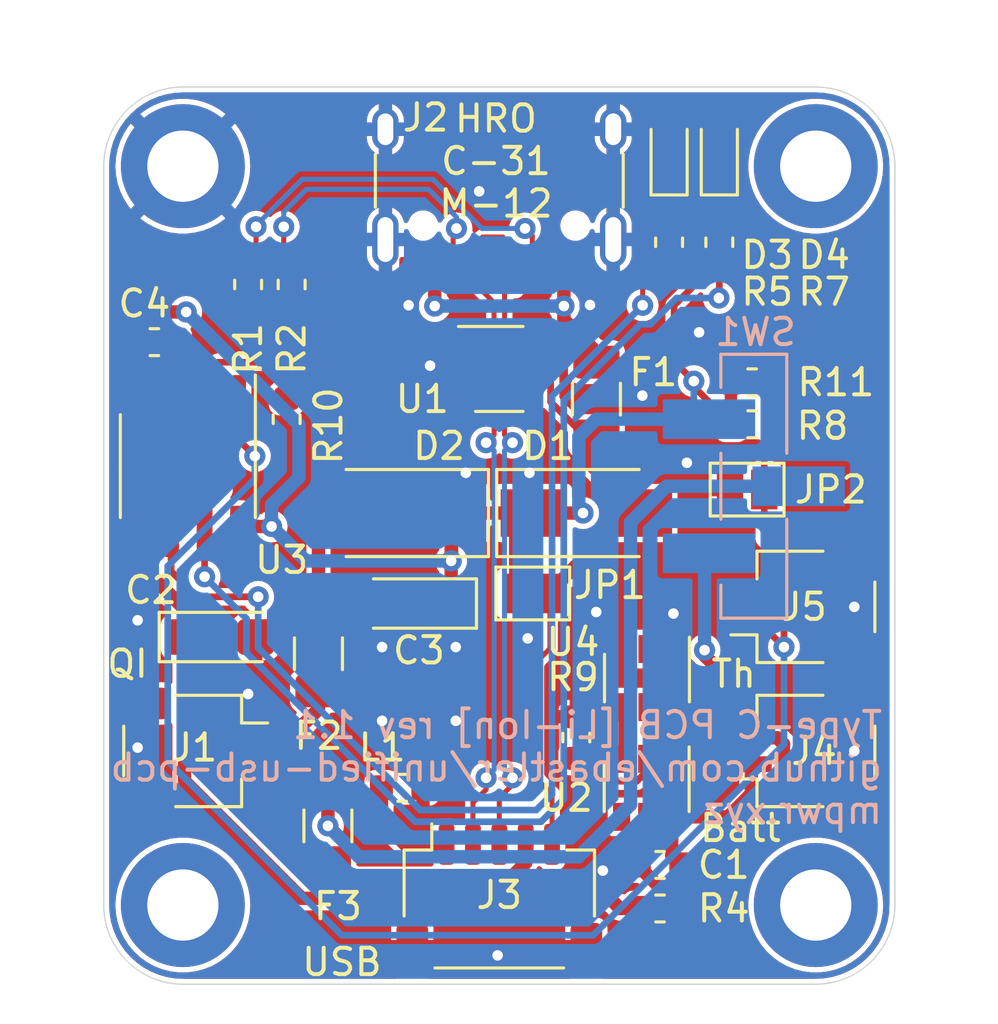
<source format=kicad_pcb>
(kicad_pcb (version 20221018) (generator pcbnew)
  (layers (0 "F.Cu" signal) (31 "B.Cu" signal) (34 "B.Paste" user) (35 "F.Paste" user) (36 "B.SilkS" user "B.Silkscreen") (37 "F.SilkS" user "F.Silkscreen") (38 "B.Mask" user) (39 "F.Mask" user) (44 "Edge.Cuts" user))
  (net 0 "")
  (net 1 "Net-(U2-Pad6)")
  (net 2 "Net-(U2-Pad5)")
  (net 3 "GNDPWR")
  (net 4 "VOUT")
  (net 5 "+5V")
  (net 6 "VBUS")
  (net 7 "Net-(D2-Pad2)")
  (net 8 "Net-(D3-Pad1)")
  (net 9 "Net-(D4-Pad1)")
  (net 10 "Net-(J2-PadA4)")
  (net 11 "Net-(F2-Pad2)")
  (net 12 "Net-(F3-Pad1)")
  (net 14 "Net-(J2-PadA5)")
  (net 15 "USB_D-")
  (net 16 "USB_D+")
  (net 18 "Net-(J2-PadB5)")
  (net 19 "Net-(R7-Pad1)")
  (net 20 "Net-(J5-Pad1)")
  (net 21 "Net-(R5-Pad1)")
  (net 22 "Net-(U2-Pad2)")
  (net 23 "Net-(R10-Pad2)")
  (net 25 "Net-(U2-Pad3)")
  (net 26 "Net-(U2-Pad1)")
  (net 29 "GND")
  (net 30 "Net-(C2-Pad1)")
  (footprint "Diode_SMD:D_SMA" (layer "F.Cu") (at 26.9494 35.433 180)
    (fp_text reference "D2" (at -1.524 2.54) (layer "F.SilkS"))
    (fp_text value "SS34")
    (pad "1" smd rect (at -2 0 180) (size 2.5 1.8) (layers "F.Cu" "F.Paste" "F.Mask") (net 5 "+5V"))
    (pad "2" smd rect (at 2 0 180) (size 2.5 1.8) (layers "F.Cu" "F.Paste" "F.Mask") (net 7 "Net-(D2-Pad2)"))
  )
  (footprint "Connector_USB:USB_C_Receptacle_HRO_TYPE-C-31-M-12" (layer "F.Cu") (at 30.7594 21.938 180)
    (fp_text reference "J2" (at 2.794 1.491 180) (layer "F.SilkS"))
    (fp_text value "USB_C_Receptacle_USB2.0")
    (pad "" np_thru_hole circle (at -2.89 -2.6 180) (size 0.65 0.65) (drill 0.65) (layers "*.Cu" "*.Mask"))
    (pad "" np_thru_hole circle (at 2.89 -2.6 180) (size 0.65 0.65) (drill 0.65) (layers "*.Cu" "*.Mask"))
    (pad "A1" smd rect (at -3.25 -4.045 180) (size 0.6 1.45) (layers "F.Cu" "F.Paste" "F.Mask") (net 3 "GNDPWR"))
    (pad "A4" smd rect (at -2.45 -4.045 180) (size 0.6 1.45) (layers "F.Cu" "F.Paste" "F.Mask") (net 10 "Net-(J2-PadA4)"))
    (pad "A5" smd rect (at -1.25 -4.045 180) (size 0.3 1.45) (layers "F.Cu" "F.Paste" "F.Mask") (net 14 "Net-(J2-PadA5)"))
    (pad "A6" smd rect (at -0.25 -4.045 180) (size 0.3 1.45) (layers "F.Cu" "F.Paste" "F.Mask") (net 16 "USB_D+"))
    (pad "A7" smd rect (at 0.25 -4.045 180) (size 0.3 1.45) (layers "F.Cu" "F.Paste" "F.Mask") (net 15 "USB_D-"))
    (pad "A8" smd rect (at 1.25 -4.045 180) (size 0.3 1.45) (layers "F.Cu" "F.Paste" "F.Mask"))
    (pad "A9" smd rect (at 2.45 -4.045 180) (size 0.6 1.45) (layers "F.Cu" "F.Paste" "F.Mask") (net 10 "Net-(J2-PadA4)"))
    (pad "A12" smd rect (at 3.25 -4.045 180) (size 0.6 1.45) (layers "F.Cu" "F.Paste" "F.Mask") (net 3 "GNDPWR"))
    (pad "B1" smd rect (at 3.25 -4.045 180) (size 0.6 1.45) (layers "F.Cu" "F.Paste" "F.Mask") (net 3 "GNDPWR"))
    (pad "B4" smd rect (at 2.45 -4.045 180) (size 0.6 1.45) (layers "F.Cu" "F.Paste" "F.Mask") (net 10 "Net-(J2-PadA4)"))
    (pad "B5" smd rect (at 1.75 -4.045 180) (size 0.3 1.45) (layers "F.Cu" "F.Paste" "F.Mask") (net 18 "Net-(J2-PadB5)"))
    (pad "B6" smd rect (at 0.75 -4.045 180) (size 0.3 1.45) (layers "F.Cu" "F.Paste" "F.Mask") (net 16 "USB_D+"))
    (pad "B7" smd rect (at -0.75 -4.045 180) (size 0.3 1.45) (layers "F.Cu" "F.Paste" "F.Mask") (net 15 "USB_D-"))
    (pad "B8" smd rect (at -1.75 -4.045 180) (size 0.3 1.45) (layers "F.Cu" "F.Paste" "F.Mask"))
    (pad "B9" smd rect (at -2.45 -4.045 180) (size 0.6 1.45) (layers "F.Cu" "F.Paste" "F.Mask") (net 10 "Net-(J2-PadA4)"))
    (pad "B12" smd rect (at -3.25 -4.045 180) (size 0.6 1.45) (layers "F.Cu" "F.Paste" "F.Mask") (net 3 "GNDPWR"))
    (pad "S1" thru_hole oval (at -4.32 -3.13 180) (size 1 2.1) (drill oval 0.6 1.7) (layers "*.Cu" "*.Mask") (net 3 "GNDPWR"))
    (pad "S1" thru_hole oval (at -4.32 1.05 180) (size 1 1.6) (drill oval 0.6 1.2) (layers "*.Cu" "*.Mask") (net 3 "GNDPWR"))
    (pad "S1" thru_hole oval (at 4.32 -3.13 180) (size 1 2.1) (drill oval 0.6 1.7) (layers "*.Cu" "*.Mask") (net 3 "GNDPWR"))
    (pad "S1" thru_hole oval (at 4.32 1.05 180) (size 1 1.6) (drill oval 0.6 1.2) (layers "*.Cu" "*.Mask") (net 3 "GNDPWR"))
  )
  (footprint "Fuse:Fuse_1206_3216Metric" (layer "F.Cu") (at 34.4424 31.115 90)
    (fp_text reference "F1" (at 1.016 2.159 180) (layer "F.SilkS"))
    (fp_text value "SCF075-1206R")
    (pad "1" smd roundrect (at -1.4 0 90) (size 1.25 1.75) (layers "F.Cu" "F.Paste" "F.Mask") (roundrect_rratio 0.2) (net 6 "VBUS"))
    (pad "2" smd roundrect (at 1.4 0 90) (size 1.25 1.75) (layers "F.Cu" "F.Paste" "F.Mask") (roundrect_rratio 0.2) (net 10 "Net-(J2-PadA4)"))
  )
  (footprint "Capacitor_Tantalum_SMD:CP_EIA-3216-18_Kemet-A" (layer "F.Cu") (at 27.5844 38.862 180)
    (fp_text reference "C3" (at -0.127 -1.778) (layer "F.SilkS"))
    (fp_text value "10u")
    (pad "1" smd roundrect (at -1.35 0 180) (size 1.4 1.35) (layers "F.Cu" "F.Paste" "F.Mask") (roundrect_rratio 0.1851851852) (net 5 "+5V"))
    (pad "2" smd roundrect (at 1.35 0 180) (size 1.4 1.35) (layers "F.Cu" "F.Paste" "F.Mask") (roundrect_rratio 0.1851851852) (net 3 "GNDPWR"))
  )
  (footprint "Diode_SMD:D_SMA" (layer "F.Cu") (at 34.0614 35.433)
    (fp_text reference "D1" (at -1.4605 -2.54) (layer "F.SilkS"))
    (fp_text value "SS34")
    (pad "1" smd rect (at -2 0) (size 2.5 1.8) (layers "F.Cu" "F.Paste" "F.Mask") (net 5 "+5V"))
    (pad "2" smd rect (at 2 0) (size 2.5 1.8) (layers "F.Cu" "F.Paste" "F.Mask") (net 6 "VBUS"))
  )
  (footprint "Jumper:SolderJumper-2_P1.3mm_Open_Pad1.0x1.5mm" (layer "F.Cu") (at 32.0294 38.481)
    (fp_text reference "JP1" (at 2.921 -0.3175) (layer "F.SilkS"))
    (fp_text value "No QI")
    (pad "1" smd rect (at -0.65 0) (size 1 1.5) (layers "F.Cu" "F.Mask") (net 5 "+5V"))
    (pad "2" smd rect (at 0.65 0) (size 1 1.5) (layers "F.Cu" "F.Mask") (net 6 "VBUS"))
  )
  (footprint "Package_TO_SOT_SMD:SOT-23-6" (layer "F.Cu") (at 30.7594 29.972)
    (fp_text reference "U1" (at -2.921 1.143) (layer "F.SilkS"))
    (fp_text value "SRV05-4")
    (pad "1" smd rect (at -1.1 -0.95) (size 1.06 0.65) (layers "F.Cu" "F.Paste" "F.Mask") (net 16 "USB_D+"))
    (pad "2" smd rect (at -1.1 0) (size 1.06 0.65) (layers "F.Cu" "F.Paste" "F.Mask") (net 3 "GNDPWR"))
    (pad "3" smd rect (at -1.1 0.95) (size 1.06 0.65) (layers "F.Cu" "F.Paste" "F.Mask") (net 16 "USB_D+"))
    (pad "4" smd rect (at 1.1 0.95) (size 1.06 0.65) (layers "F.Cu" "F.Paste" "F.Mask") (net 15 "USB_D-"))
    (pad "5" smd rect (at 1.1 0) (size 1.06 0.65) (layers "F.Cu" "F.Paste" "F.Mask") (net 6 "VBUS"))
    (pad "6" smd rect (at 1.1 -0.95) (size 1.06 0.65) (layers "F.Cu" "F.Paste" "F.Mask") (net 15 "USB_D-"))
  )
  (footprint "Capacitor_Tantalum_SMD:CP_EIA-3216-18_Kemet-A" (layer "F.Cu") (at 20.1714 40.132)
    (fp_text reference "C2" (at -2.62 -1.778) (layer "F.SilkS"))
    (fp_text value "10u")
    (pad "1" smd roundrect (at -1.35 0) (size 1.4 1.35) (layers "F.Cu" "F.Paste" "F.Mask") (roundrect_rratio 0.1851851852) (net 30 "Net-(C2-Pad1)"))
    (pad "2" smd roundrect (at 1.35 0) (size 1.4 1.35) (layers "F.Cu" "F.Paste" "F.Mask") (roundrect_rratio 0.1851851852) (net 3 "GNDPWR"))
  )
  (footprint "Package_SO:SOIC-8-1EP_3.9x4.9mm_P1.27mm_EP2.29x3mm" (layer "F.Cu") (at 18.9484 33.655 -90)
    (fp_text reference "U3" (at 3.556 -3.556 180) (layer "F.SilkS"))
    (fp_text value "TP4056")
    (pad "1" smd roundrect (at -2.475 -1.905 270) (size 1.95 0.6) (layers "F.Cu" "F.Paste" "F.Mask") (net 20 "Net-(J5-Pad1)"))
    (pad "2" smd roundrect (at -2.475 -0.635 270) (size 1.95 0.6) (layers "F.Cu" "F.Paste" "F.Mask") (net 23 "Net-(R10-Pad2)"))
    (pad "3" smd roundrect (at -2.475 0.635 270) (size 1.95 0.6) (layers "F.Cu" "F.Paste" "F.Mask") (net 3 "GNDPWR"))
    (pad "4" smd roundrect (at -2.475 1.905 270) (size 1.95 0.6) (layers "F.Cu" "F.Paste" "F.Mask") (net 5 "+5V"))
    (pad "5" smd roundrect (at 2.475 1.905 270) (size 1.95 0.6) (layers "F.Cu" "F.Paste" "F.Mask") (net 30 "Net-(C2-Pad1)"))
    (pad "6" smd roundrect (at 2.475 0.635 270) (size 1.95 0.6) (layers "F.Cu" "F.Paste" "F.Mask") (net 21 "Net-(R5-Pad1)"))
    (pad "7" smd roundrect (at 2.475 -0.635 270) (size 1.95 0.6) (layers "F.Cu" "F.Paste" "F.Mask") (net 19 "Net-(R7-Pad1)"))
    (pad "8" smd roundrect (at 2.475 -1.905 270) (size 1.95 0.6) (layers "F.Cu" "F.Paste" "F.Mask") (net 5 "+5V"))
    (pad "9" smd roundrect (at 0 0 270) (size 2.29 3) (layers "F.Cu" "F.Mask") (roundrect_rratio 0.109169869))
  )
  (footprint "Capacitor_SMD:C_0603_1608Metric" (layer "F.Cu") (at 17.6784 28.956)
    (fp_text reference "C4" (at -0.381 -1.4605) (layer "F.SilkS"))
    (fp_text value "100n")
    (pad "1" smd roundrect (at -0.7875 0) (size 0.875 0.95) (layers "F.Cu" "F.Paste" "F.Mask") (net 5 "+5V"))
    (pad "2" smd roundrect (at 0.7875 0) (size 0.875 0.95) (layers "F.Cu" "F.Paste" "F.Mask") (net 3 "GNDPWR"))
  )
  (footprint "Resistor_SMD:R_0603_1608Metric" (layer "F.Cu") (at 33.6804 43.942 -90)
    (fp_text reference "R9" (at -2.286 0.127 180) (layer "F.SilkS"))
    (fp_text value "1k")
    (pad "1" smd roundrect (at -0.7875 0 270) (size 0.875 0.95) (layers "F.Cu" "F.Paste" "F.Mask") (net 3 "GNDPWR"))
    (pad "2" smd roundrect (at 0.7875 0 270) (size 0.875 0.95) (layers "F.Cu" "F.Paste" "F.Mask") (net 22 "Net-(U2-Pad2)"))
  )
  (footprint "Package_TO_SOT_SMD:SOT-23-6" (layer "F.Cu") (at 36.3474 45.847 -90)
    (fp_text reference "U2" (at 0.381 3.048 180) (layer "F.SilkS"))
    (fp_text value "DW01A")
    (pad "1" smd rect (at -1.1 -0.95 270) (size 1.06 0.65) (layers "F.Cu" "F.Paste" "F.Mask") (net 26 "Net-(U2-Pad1)"))
    (pad "2" smd rect (at -1.1 0 270) (size 1.06 0.65) (layers "F.Cu" "F.Paste" "F.Mask") (net 22 "Net-(U2-Pad2)"))
    (pad "3" smd rect (at -1.1 0.95 270) (size 1.06 0.65) (layers "F.Cu" "F.Paste" "F.Mask") (net 25 "Net-(U2-Pad3)"))
    (pad "4" smd rect (at 1.1 0.95 270) (size 1.06 0.65) (layers "F.Cu" "F.Paste" "F.Mask"))
    (pad "5" smd rect (at 1.1 0 270) (size 1.06 0.65) (layers "F.Cu" "F.Paste" "F.Mask") (net 2 "Net-(U2-Pad5)"))
    (pad "6" smd rect (at 1.1 -0.95 270) (size 1.06 0.65) (layers "F.Cu" "F.Paste" "F.Mask") (net 1 "Net-(U2-Pad6)"))
  )
  (footprint "MountingHole:MountingHole_2.7mm_M2.5_DIN965_Pad" (layer "F.Cu") (at 42.7594 22.288)
    (fp_text reference "H2" hide)
    (fp_text value "MountingHole_Pad")
    (pad "1" thru_hole circle (at 0 0) (size 4.7 4.7) (drill 2.7) (layers "*.Cu" "*.Mask"))
  )
  (footprint "MountingHole:MountingHole_2.7mm_M2.5_DIN965_Pad" (layer "F.Cu") (at 42.7594 50.288)
    (fp_text reference "H1" hide)
    (fp_text value "MountingHole_Pad")
    (pad "1" thru_hole circle (at 0 0) (size 4.7 4.7) (drill 2.7) (layers "*.Cu" "*.Mask"))
  )
  (footprint "Connector_JST:JST_SH_SM02B-SRSS-TB_1x02-1MP_P1.00mm_Horizontal" (layer "F.Cu") (at 19.2024 44.45 -90)
    (fp_text reference "J1" (at -0.127 0 180) (layer "F.SilkS"))
    (fp_text value "QI")
    (pad "1" smd roundrect (at -0.5 -2 270) (size 0.6 1.55) (layers "F.Cu" "F.Paste" "F.Mask") (net 3 "GNDPWR"))
    (pad "2" smd roundrect (at 0.5 -2 270) (size 0.6 1.55) (layers "F.Cu" "F.Paste" "F.Mask") (net 11 "Net-(F2-Pad2)"))
    (pad "MP" smd roundrect (at -1.8 1.875 270) (size 1.2 1.8) (layers "F.Cu" "F.Paste" "F.Mask") (roundrect_rratio 0.2083333333) (net 3 "GNDPWR"))
    (pad "MP" smd roundrect (at 1.8 1.875 270) (size 1.2 1.8) (layers "F.Cu" "F.Paste" "F.Mask") (roundrect_rratio 0.2083333333) (net 3 "GNDPWR"))
  )
  (footprint "Resistor_SMD:R_0603_1608Metric" (layer "F.Cu") (at 40.3479 30.48)
    (fp_text reference "R11" (at 3.175 0 180) (layer "F.SilkS"))
    (fp_text value "22k")
    (pad "1" smd roundrect (at -0.7875 0) (size 0.875 0.95) (layers "F.Cu" "F.Paste" "F.Mask") (net 3 "GNDPWR"))
    (pad "2" smd roundrect (at 0.7875 0) (size 0.875 0.95) (layers "F.Cu" "F.Paste" "F.Mask") (net 20 "Net-(J5-Pad1)"))
  )
  (footprint "Resistor_SMD:R_0603_1608Metric" (layer "F.Cu") (at 40.3479 32.0675 180)
    (fp_text reference "R8" (at -2.667 -0.0635 180) (layer "F.SilkS"))
    (fp_text value "3.3k")
    (pad "1" smd roundrect (at -0.7875 0 180) (size 0.875 0.95) (layers "F.Cu" "F.Paste" "F.Mask") (net 20 "Net-(J5-Pad1)"))
    (pad "2" smd roundrect (at 0.7875 0 180) (size 0.875 0.95) (layers "F.Cu" "F.Paste" "F.Mask") (net 5 "+5V"))
  )
  (footprint "Resistor_SMD:R_0603_1608Metric" (layer "F.Cu") (at 21.2344 26.7716 90)
    (fp_text reference "R1" (at -2.4384 0 270) (layer "F.SilkS"))
    (fp_text value "5,1k")
    (pad "1" smd roundrect (at -0.7875 0 90) (size 0.875 0.95) (layers "F.Cu" "F.Paste" "F.Mask") (net 3 "GNDPWR"))
    (pad "2" smd roundrect (at 0.7875 0 90) (size 0.875 0.95) (layers "F.Cu" "F.Paste" "F.Mask") (net 14 "Net-(J2-PadA5)"))
  )
  (footprint "Connector_JST:JST_SH_SM02B-SRSS-TB_1x02-1MP_P1.00mm_Horizontal" (layer "F.Cu") (at 42.3164 44.45 90)
    (fp_text reference "J4" (at 0 0.381 180) (layer "F.SilkS"))
    (fp_text value "BATT")
    (pad "1" smd roundrect (at -0.5 -2 90) (size 0.6 1.55) (layers "F.Cu" "F.Paste" "F.Mask") (net 1 "Net-(U2-Pad6)"))
    (pad "2" smd roundrect (at 0.5 -2 90) (size 0.6 1.55) (layers "F.Cu" "F.Paste" "F.Mask") (net 30 "Net-(C2-Pad1)"))
    (pad "MP" smd roundrect (at -1.8 1.875 90) (size 1.2 1.8) (layers "F.Cu" "F.Paste" "F.Mask") (roundrect_rratio 0.2083333333) (net 3 "GNDPWR"))
    (pad "MP" smd roundrect (at 1.8 1.875 90) (size 1.2 1.8) (layers "F.Cu" "F.Paste" "F.Mask") (roundrect_rratio 0.2083333333) (net 3 "GNDPWR"))
  )
  (footprint "Resistor_SMD:R_0603_1608Metric" (layer "F.Cu") (at 22.6949 31.877 90)
    (fp_text reference "R10" (at -0.254 1.5875 270) (layer "F.SilkS"))
    (fp_text value "1,8k")
    (pad "1" smd roundrect (at -0.7875 0 90) (size 0.875 0.95) (layers "F.Cu" "F.Paste" "F.Mask") (net 3 "GNDPWR"))
    (pad "2" smd roundrect (at 0.7875 0 90) (size 0.875 0.95) (layers "F.Cu" "F.Paste" "F.Mask") (net 23 "Net-(R10-Pad2)"))
  )
  (footprint "Connector_JST:JST_SH_SM02B-SRSS-TB_1x02-1MP_P1.00mm_Horizontal" (layer "F.Cu") (at 42.3164 38.989 90)
    (fp_text reference "J5" (at 0 0 180) (layer "F.SilkS"))
    (fp_text value "THERM")
    (pad "1" smd roundrect (at -0.5 -2 90) (size 0.6 1.55) (layers "F.Cu" "F.Paste" "F.Mask") (net 20 "Net-(J5-Pad1)"))
    (pad "2" smd roundrect (at 0.5 -2 90) (size 0.6 1.55) (layers "F.Cu" "F.Paste" "F.Mask") (net 3 "GNDPWR"))
    (pad "MP" smd roundrect (at -1.8 1.875 90) (size 1.2 1.8) (layers "F.Cu" "F.Paste" "F.Mask") (roundrect_rratio 0.2083333333) (net 3 "GNDPWR"))
    (pad "MP" smd roundrect (at 1.8 1.875 90) (size 1.2 1.8) (layers "F.Cu" "F.Paste" "F.Mask") (roundrect_rratio 0.2083333333) (net 3 "GNDPWR"))
  )
  (footprint "Package_TO_SOT_SMD:SOT-23-6" (layer "F.Cu") (at 36.3594 41.688 -90)
    (fp_text reference "U4" (at -1.3655 2.806 180) (layer "F.SilkS"))
    (fp_text value "FS8205")
    (pad "1" smd rect (at -1.1 -0.95 270) (size 1.06 0.65) (layers "F.Cu" "F.Paste" "F.Mask") (net 1 "Net-(U2-Pad6)"))
    (pad "2" smd rect (at -1.1 0 270) (size 1.06 0.65) (layers "F.Cu" "F.Paste" "F.Mask"))
    (pad "3" smd rect (at -1.1 0.95 270) (size 1.06 0.65) (layers "F.Cu" "F.Paste" "F.Mask") (net 3 "GNDPWR"))
    (pad "4" smd rect (at 1.1 0.95 270) (size 1.06 0.65) (layers "F.Cu" "F.Paste" "F.Mask") (net 25 "Net-(U2-Pad3)"))
    (pad "5" smd rect (at 1.1 0 270) (size 1.06 0.65) (layers "F.Cu" "F.Paste" "F.Mask"))
    (pad "6" smd rect (at 1.1 -0.95 270) (size 1.06 0.65) (layers "F.Cu" "F.Paste" "F.Mask") (net 26 "Net-(U2-Pad1)"))
  )
  (footprint "Inductor_SMD:L_0603_1608Metric" (layer "F.Cu") (at 27.0764 45.847)
    (fp_text reference "L1" (at -0.762 -1.524) (layer "F.SilkS"))
    (fp_text value "PBY160808T-181Y-N")
    (pad "1" smd roundrect (at -0.7875 0) (size 0.875 0.95) (layers "F.Cu" "F.Paste" "F.Mask") (net 29 "GND"))
    (pad "2" smd roundrect (at 0.7875 0) (size 0.875 0.95) (layers "F.Cu" "F.Paste" "F.Mask") (net 3 "GNDPWR"))
  )
  (footprint "Capacitor_SMD:C_0603_1608Metric" (layer "F.Cu") (at 36.8554 48.768)
    (fp_text reference "C1" (at 2.413 0 180) (layer "F.SilkS"))
    (fp_text value "100n")
    (pad "1" smd roundrect (at -0.7875 0) (size 0.875 0.95) (layers "F.Cu" "F.Paste" "F.Mask") (net 2 "Net-(U2-Pad5)"))
    (pad "2" smd roundrect (at 0.7875 0) (size 0.875 0.95) (layers "F.Cu" "F.Paste" "F.Mask") (net 1 "Net-(U2-Pad6)"))
  )
  (footprint "MountingHole:MountingHole_2.7mm_M2.5_DIN965_Pad" (layer "F.Cu") (at 18.7594 22.288)
    (fp_text reference "H4" hide)
    (fp_text value "MountingHole_Pad")
    (pad "1" thru_hole circle (at 0 0) (size 4.7 4.7) (drill 2.7) (layers "*.Cu" "*.Mask") (net 3 "GNDPWR"))
  )
  (footprint "Connector_JST:JST_SH_SM05B-SRSS-TB_1x05-1MP_P1.00mm_Horizontal" (layer "F.Cu") (at 30.7594 49.988)
    (fp_text reference "J3" (at 0 -0.077) (layer "F.SilkS"))
    (fp_text value "USB_Out")
    (pad "1" smd roundrect (at -2 -2) (size 0.6 1.55) (layers "F.Cu" "F.Paste" "F.Mask") (net 29 "GND"))
    (pad "2" smd roundrect (at -1 -2) (size 0.6 1.55) (layers "F.Cu" "F.Paste" "F.Mask") (net 16 "USB_D+"))
    (pad "3" smd roundrect (at 0 -2) (size 0.6 1.55) (layers "F.Cu" "F.Paste" "F.Mask") (net 15 "USB_D-"))
    (pad "4" smd roundrect (at 1 -2) (size 0.6 1.55) (layers "F.Cu" "F.Paste" "F.Mask") (net 12 "Net-(F3-Pad1)"))
    (pad "5" smd roundrect (at 2 -2) (size 0.6 1.55) (layers "F.Cu" "F.Paste" "F.Mask") (net 6 "VBUS"))
    (pad "MP" smd roundrect (at -3.3 1.875) (size 1.2 1.8) (layers "F.Cu" "F.Paste" "F.Mask") (roundrect_rratio 0.2083333333) (net 3 "GNDPWR"))
    (pad "MP" smd roundrect (at 3.3 1.875) (size 1.2 1.8) (layers "F.Cu" "F.Paste" "F.Mask") (roundrect_rratio 0.2083333333) (net 3 "GNDPWR"))
  )
  (footprint "MountingHole:MountingHole_2.7mm_M2.5_DIN965_Pad" (layer "F.Cu") (at 18.7594 50.288)
    (fp_text reference "H3" hide)
    (fp_text value "MountingHole_Pad")
    (pad "1" thru_hole circle (at 0 0) (size 4.7 4.7) (drill 2.7) (layers "*.Cu" "*.Mask"))
  )
  (footprint "Resistor_SMD:R_0603_1608Metric" (layer "F.Cu") (at 36.8554 50.419 180)
    (fp_text reference "R4" (at -2.413 0) (layer "F.SilkS"))
    (fp_text value "100")
    (pad "1" smd roundrect (at -0.7875 0 180) (size 0.875 0.95) (layers "F.Cu" "F.Paste" "F.Mask") (net 2 "Net-(U2-Pad5)"))
    (pad "2" smd roundrect (at 0.7875 0 180) (size 0.875 0.95) (layers "F.Cu" "F.Paste" "F.Mask") (net 30 "Net-(C2-Pad1)"))
  )
  (footprint "Resistor_SMD:R_0603_1608Metric" (layer "F.Cu") (at 39.1033 25.1714 90)
    (fp_text reference "R7" (at -1.8796 3.9751) (layer "F.SilkS"))
    (fp_text value "2,7k")
    (pad "1" smd roundrect (at -0.7875 0 90) (size 0.875 0.95) (layers "F.Cu" "F.Paste" "F.Mask") (net 19 "Net-(R7-Pad1)"))
    (pad "2" smd roundrect (at 0.7875 0 90) (size 0.875 0.95) (layers "F.Cu" "F.Paste" "F.Mask") (net 9 "Net-(D4-Pad1)"))
  )
  (footprint "LED_SMD:LED_0603_1608Metric_Castellated" (layer "F.Cu") (at 37.1983 21.6916 90)
    (fp_text reference "D3" (at -3.9624 3.7211 180) (layer "F.SilkS"))
    (fp_text value "green")
    (pad "1" smd roundrect (at -0.8125 0 90) (size 1.225 0.85) (layers "F.Cu" "F.Paste" "F.Mask") (net 8 "Net-(D3-Pad1)"))
    (pad "2" smd roundrect (at 0.8125 0 90) (size 1.225 0.85) (layers "F.Cu" "F.Paste" "F.Mask") (net 5 "+5V"))
  )
  (footprint "LED_SMD:LED_0603_1608Metric_Castellated" (layer "F.Cu") (at 39.1033 21.6916 90)
    (fp_text reference "D4" (at -3.9624 3.9751) (layer "F.SilkS"))
    (fp_text value "orange")
    (pad "1" smd roundrect (at -0.8125 0 90) (size 1.225 0.85) (layers "F.Cu" "F.Paste" "F.Mask") (net 9 "Net-(D4-Pad1)"))
    (pad "2" smd roundrect (at 0.8125 0 90) (size 1.225 0.85) (layers "F.Cu" "F.Paste" "F.Mask") (net 5 "+5V"))
  )
  (footprint "Resistor_SMD:R_0603_1608Metric" (layer "F.Cu") (at 37.1983 25.1714 90)
    (fp_text reference "R5" (at -1.8796 3.7211 180) (layer "F.SilkS"))
    (fp_text value "2,7k")
    (pad "1" smd roundrect (at -0.7875 0 90) (size 0.875 0.95) (layers "F.Cu" "F.Paste" "F.Mask") (net 21 "Net-(R5-Pad1)"))
    (pad "2" smd roundrect (at 0.7875 0 90) (size 0.875 0.95) (layers "F.Cu" "F.Paste" "F.Mask") (net 8 "Net-(D3-Pad1)"))
  )
  (footprint "Resistor_SMD:R_0603_1608Metric" (layer "F.Cu") (at 22.8854 26.7716 90)
    (fp_text reference "R2" (at -2.4384 0 270) (layer "F.SilkS"))
    (fp_text value "5,1k")
    (pad "1" smd roundrect (at -0.7875 0 90) (size 0.875 0.95) (layers "F.Cu" "F.Paste" "F.Mask") (net 3 "GNDPWR"))
    (pad "2" smd roundrect (at 0.7875 0 90) (size 0.875 0.95) (layers "F.Cu" "F.Paste" "F.Mask") (net 18 "Net-(J2-PadB5)"))
  )
  (footprint "Jumper:SolderJumper-2_P1.3mm_Open_Pad1.0x1.5mm" (layer "F.Cu") (at 40.1574 34.544 180)
    (fp_text reference "JP2" (at -3.175 0) (layer "F.SilkS"))
    (fp_text value "No thermistor")
    (pad "1" smd rect (at -0.65 0 180) (size 1 1.5) (layers "F.Cu" "F.Mask") (net 20 "Net-(J5-Pad1)"))
    (pad "2" smd rect (at 0.65 0 180) (size 1 1.5) (layers "F.Cu" "F.Mask") (net 3 "GNDPWR"))
  )
  (footprint "Fuse:Fuse_1206_3216Metric" (layer "F.Cu") (at 23.9014 40.767 -90)
    (fp_text reference "F2" (at 3.1115 0 180) (layer "F.SilkS"))
    (fp_text value "SCF075-1206R")
    (pad "1" smd roundrect (at -1.4 0 270) (size 1.25 1.75) (layers "F.Cu" "F.Paste" "F.Mask") (roundrect_rratio 0.2) (net 7 "Net-(D2-Pad2)"))
    (pad "2" smd roundrect (at 1.4 0 270) (size 1.25 1.75) (layers "F.Cu" "F.Paste" "F.Mask") (roundrect_rratio 0.2) (net 11 "Net-(F2-Pad2)"))
  )
  (footprint "Fuse:Fuse_1206_3216Metric" (layer "F.Cu") (at 24.2594 47.288 90)
    (fp_text reference "F3" (at -3.048 0.381 180) (layer "F.SilkS"))
    (fp_text value "SCF075-1206R")
    (pad "1" smd roundrect (at -1.4 0 90) (size 1.25 1.75) (layers "F.Cu" "F.Paste" "F.Mask") (roundrect_rratio 0.2) (net 12 "Net-(F3-Pad1)"))
    (pad "2" smd roundrect (at 1.4 0 90) (size 1.25 1.75) (layers "F.Cu" "F.Paste" "F.Mask") (roundrect_rratio 0.2) (net 4 "VOUT"))
  )
  (footprint "kicad-keyboard-parts:ESP3020" (layer "B.Cu") (at 40.4114 34.417 180)
    (fp_text reference "SW1" (at -0.0635 5.842) (layer "B.SilkS") (effects (justify mirror)))
    (fp_text value "SW_SPDT")
    (pad "1" smd rect (at 1.7 2.54 180) (size 3.5 1.5) (layers "B.Cu" "B.Paste" "B.Mask") (net 5 "+5V"))
    (pad "2" smd rect (at -1.7 0 180) (size 3.5 1.5) (layers "B.Cu" "B.Paste" "B.Mask") (net 4 "VOUT"))
    (pad "3" smd rect (at 1.7 -2.54 180) (size 3.5 1.5) (layers "B.Cu" "B.Paste" "B.Mask") (net 30 "Net-(C2-Pad1)"))
  )
  (gr_line (start 42.7594 19.288) (end 18.7594 19.288) (stroke (width 0.05)) (layer "Edge.Cuts"))
  (gr_line (start 15.7594 22.288) (end 15.7594 50.288) (stroke (width 0.05)) (layer "Edge.Cuts"))
  (gr_line (start 18.7594 53.288) (end 42.7594 53.288) (stroke (width 0.05)) (layer "Edge.Cuts"))
  (gr_line (start 45.7594 50.288) (end 45.7594 22.288) (stroke (width 0.05)) (layer "Edge.Cuts"))
  (gr_arc (start 18.7594 53.288) (mid 16.63808 52.40932) (end 15.7594 50.288) (stroke (width 0.05)) (layer "Edge.Cuts"))
  (gr_arc (start 15.7594 22.288) (mid 16.63808 20.16668) (end 18.7594 19.288) (stroke (width 0.05)) (layer "Edge.Cuts"))
  (gr_arc (start 42.7594 19.288) (mid 44.88072 20.16668) (end 45.7594 22.288) (stroke (width 0.05)) (layer "Edge.Cuts"))
  (gr_arc (start 45.7594 50.288) (mid 44.88072 52.40932) (end 42.7594 53.288) (stroke (width 0.05)) (layer "Edge.Cuts"))
  (gr_text "Type-C PCB [Li-Ion] rev 1.1\ngithub.com/ebastler/unified-usb-pcb\nmpwr.xyz" (at 45.3644 45.085) (layer "B.SilkS") (effects (font (size 1 1)) (justify left mirror)))
  (gr_text "HRO\nC-31\nM-12" (at 30.6324 22.098) (layer "F.SilkS") (effects (font (size 1 1))))
  (gr_text "Th" (at 39.6494 41.529) (layer "F.SilkS") (effects (font (size 1 1))))
  (gr_text "Batt" (at 39.9034 47.371) (layer "F.SilkS") (effects (font (size 1 1))))
  (gr_text "USB" (at 24.7904 52.451) (layer "F.SilkS") (effects (font (size 1 1))))
  (gr_text "QI" (at 16.6624 41.148) (layer "F.SilkS") (effects (font (size 1 1))))
  (segment (start 37.2974 48.4225) (end 37.6429 48.768) (width 0.508) (layer "F.Cu") (net 1))
  (segment (start 37.2974 46.947) (end 37.2974 48.4225) (width 0.508) (layer "F.Cu") (net 1))
  (segment (start 38.7604 44.416) (end 38.7604 42.039) (width 0.508) (layer "F.Cu") (net 1))
  (segment (start 38.7604 42.039) (end 37.3094 40.588) (width 0.508) (layer "F.Cu") (net 1))
  (segment (start 40.3164 46.069) (end 39.4384 46.947) (width 0.508) (layer "F.Cu") (net 1))
  (segment (start 40.3164 44.95) (end 39.2944 44.95) (width 0.508) (layer "F.Cu") (net 1))
  (segment (start 39.4384 46.947) (end 37.2974 46.947) (width 0.508) (layer "F.Cu") (net 1))
  (segment (start 40.3164 44.95) (end 40.3164 46.069) (width 0.508) (layer "F.Cu") (net 1))
  (segment (start 39.2944 44.95) (end 38.7604 44.416) (width 0.508) (layer "F.Cu") (net 1))
  (segment (start 36.0679 48.844) (end 37.6429 50.419) (width 0.508) (layer "F.Cu") (net 2))
  (segment (start 36.3474 48.4885) (end 36.0679 48.768) (width 0.508) (layer "F.Cu") (net 2))
  (segment (start 36.3474 46.947) (end 36.3474 48.4885) (width 0.508) (layer "F.Cu") (net 2))
  (segment (start 18.3134 31.18) (end 18.3134 29.1085) (width 0.508) (layer "F.Cu") (net 3))
  (via (at 26.3144 40.513) (size 0.8) (drill 0.4) (layers "F.Cu" "B.Cu") (net 3))
  (via (at 34.6854 48.9841) (size 0.8) (drill 0.4) (layers "F.Cu" "B.Cu") (net 3))
  (via (at 37.3634 39.243) (size 0.8) (drill 0.4) (layers "F.Cu" "B.Cu") (net 3))
  (via (at 44.2214 44.45) (size 0.8) (drill 0.4) (layers "F.Cu" "B.Cu") (net 3))
  (via (at 38.3354 28.5841) (size 0.8) (drill 0.4) (layers "F.Cu" "B.Cu") (net 3))
  (via (at 31.8354 40.1841) (size 0.8) (drill 0.4) (layers "F.Cu" "B.Cu") (net 3))
  (via (at 17.0434 44.323) (size 0.8) (drill 0.4) (layers "F.Cu" "B.Cu") (net 3))
  (via (at 34.199111 27.548412) (size 0.8) (drill 0.4) (layers "F.Cu" "B.Cu") (net 3))
  (via (at 26.3144 43.307) (size 0.8) (drill 0.4) (layers "F.Cu" "B.Cu") (net 3))
  (via (at 31.9024 33.909) (size 0.8) (drill 0.4) (layers "F.Cu" "B.Cu") (net 3))
  (via (at 21.2344 42.291) (size 0.8) (drill 0.4) (layers "F.Cu" "B.Cu") (net 3))
  (via (at 29.1084 40.513) (size 0.8) (drill 0.4) (layers "F.Cu" "B.Cu") (net 3))
  (via (at 34.4354 39.1841) (size 0.8) (drill 0.4) (layers "F.Cu" "B.Cu") (net 3))
  (via (at 30.6959 52.197) (size 0.8) (drill 0.4) (layers "F.Cu" "B.Cu") (net 3))
  (via (at 29.4894 33.909) (size 0.8) (drill 0.4) (layers "F.Cu" "B.Cu") (net 3))
  (via (at 44.2214 38.989) (size 0.8) (drill 0.4) (layers "F.Cu" "B.Cu") (net 3))
  (via (at 37.8714 33.528) (size 0.8) (drill 0.4) (layers "F.Cu" "B.Cu") (net 3))
  (via (at 29.9974 23.241) (size 0.8) (drill 0.4) (layers "F.Cu" "B.Cu") (net 3))
  (via (at 36.1854 30.9841) (size 0.8) (drill 0.4) (layers "F.Cu" "B.Cu") (net 3))
  (via (at 28.1344 29.848) (size 0.8) (drill 0.4) (layers "F.Cu" "B.Cu") (net 3))
  (via (at 17.0434 39.497) (size 0.8) (drill 0.4) (layers "F.Cu" "B.Cu") (net 3))
  (via (at 27.319332 27.558673) (size 0.8) (drill 0.4) (layers "F.Cu" "B.Cu") (net 3))
  (via (at 29.1084 43.307) (size 0.8) (drill 0.4) (layers "F.Cu" "B.Cu") (net 3))
  (segment (start 24.2594 45.888) (end 24.2594 47.288) (width 0.508) (layer "F.Cu") (net 4))
  (via (at 24.2594 47.288) (size 0.8) (drill 0.4) (layers "F.Cu" "B.Cu") (net 4))
  (segment (start 24.2594 47.288) (end 25.43091 48.45951) (width 0.508) (layer "B.Cu") (net 4))
  (segment (start 35.7354 46.4841) (end 35.7354 35.7841) (width 0.508) (layer "B.Cu") (net 4))
  (segment (start 35.7354 35.7841) (end 37.1025 34.417) (width 0.508) (layer "B.Cu") (net 4))
  (segment (start 37.1025 34.417) (end 42.1114 34.417) (width 0.508) (layer "B.Cu") (net 4))
  (segment (start 33.75999 48.45951) (end 35.7354 46.4841) (width 0.508) (layer "B.Cu") (net 4))
  (segment (start 25.43091 48.45951) (end 33.75999 48.45951) (width 0.508) (layer "B.Cu") (net 4))
  (segment (start 37.1983 20.8791) (end 38.1508 21.8316) (width 0.254) (layer "F.Cu") (net 5))
  (segment (start 38.1354 30.4341) (end 37.3887 29.6874) (width 0.254) (layer "F.Cu") (net 5))
  (segment (start 38.1354 30.4341) (end 38.1354 30.6425) (width 0.254) (layer "F.Cu") (net 5))
  (segment (start 28.9344 37.248) (end 28.9494 37.233) (width 0.508) (layer "F.Cu") (net 5))
  (segment (start 31.3794 38.4175) (end 31.3794 36.115) (width 0.508) (layer "F.Cu") (net 5))
  (segment (start 37.3887 29.6874) (end 37.3887 27.565567) (width 0.254) (layer "F.Cu") (net 5))
  (segment (start 28.9494 37.233) (end 28.9494 35.433) (width 0.508) (layer "F.Cu") (net 5))
  (segment (start 31.3794 36.115) (end 32.0614 35.433) (width 0.508) (layer "F.Cu") (net 5))
  (segment (start 38.1354 30.6425) (end 39.5604 32.0675) (width 0.254) (layer "F.Cu") (net 5))
  (segment (start 22.1234 35.941) (end 21.0424 35.941) (width 0.508) (layer "F.Cu") (net 5))
  (segment (start 21.0424 35.941) (end 20.8534 36.13) (width 0.508) (layer "F.Cu") (net 5))
  (segment (start 32.0614 35.433) (end 28.9494 35.433) (width 0.508) (layer "F.Cu") (net 5))
  (segment (start 38.1508 26.803467) (end 38.1508 21.8316) (width 0.254) (layer "F.Cu") (net 5))
  (segment (start 37.3887 27.565567) (end 38.1508 26.803467) (width 0.254) (layer "F.Cu") (net 5))
  (segment (start 18.0339 27.813) (end 18.8849 27.813) (width 0.508) (layer "F.Cu") (net 5))
  (segment (start 28.9344 38.862) (end 28.9344 35.448) (width 0.508) (layer "F.Cu") (net 5))
  (segment (start 17.0434 31.18) (end 17.0434 29.1085) (width 0.508) (layer "F.Cu") (net 5))
  (segment (start 39.1033 20.8791) (end 38.1508 21.8316) (width 0.254) (layer "F.Cu") (net 5))
  (segment (start 16.8909 28.956) (end 18.0339 27.813) (width 0.508) (layer "F.Cu") (net 5))
  (segment (start 32.0614 35.433) (end 33.934386 35.433) (width 0.508) (layer "F.Cu") (net 5))
  (via (at 28.9344 37.248) (size 0.8) (drill 0.4) (layers "F.Cu" "B.Cu") (net 5))
  (via (at 18.8849 27.813) (size 0.8) (drill 0.4) (layers "F.Cu" "B.Cu") (net 5))
  (via (at 38.1354 30.4341) (size 0.8) (drill 0.4) (layers "F.Cu" "B.Cu") (net 5))
  (via (at 33.934386 35.433) (size 0.8) (drill 0.4) (layers "F.Cu" "B.Cu") (net 5))
  (via (at 22.1234 35.941) (size 0.8) (drill 0.4) (layers "F.Cu" "B.Cu") (net 5))
  (segment (start 22.1234 35.124) (end 23.1594 34.088) (width 0.508) (layer "B.Cu") (net 5))
  (segment (start 22.1234 35.941) (end 22.1234 35.124) (width 0.508) (layer "B.Cu") (net 5))
  (segment (start 23.4304 37.248) (end 22.1234 35.941) (width 0.508) (layer "B.Cu") (net 5))
  (segment (start 23.1594 32.0875) (end 18.8849 27.813) (width 0.508) (layer "B.Cu") (net 5))
  (segment (start 33.7754 35.274014) (end 33.7754 32.5341) (width 0.508) (layer "B.Cu") (net 5))
  (segment (start 33.7754 32.5341) (end 34.4325 31.877) (width 0.508) (layer "B.Cu") (net 5))
  (segment (start 28.9344 37.248) (end 23.4304 37.248) (width 0.508) (layer "B.Cu") (net 5))
  (segment (start 33.934386 35.433) (end 33.7754 35.274014) (width 0.508) (layer "B.Cu") (net 5))
  (segment (start 34.4325 31.877) (end 38.7114 31.877) (width 0.508) (layer "B.Cu") (net 5))
  (segment (start 23.1594 34.088) (end 23.1594 32.0875) (width 0.508) (layer "B.Cu") (net 5))
  (segment (start 38.1354 30.4341) (end 38.1354 31.301) (width 0.254) (layer "B.Cu") (net 5))
  (segment (start 31.8594 29.972) (end 32.335902 29.972) (width 0.254) (layer "F.Cu") (net 6))
  (segment (start 35.6639 35.433) (end 32.6794 38.4175) (width 0.508) (layer "F.Cu") (net 6))
  (segment (start 32.6794 40.568) (end 32.1594 41.088) (width 0.1905) (layer "F.Cu") (net 6))
  (segment (start 32.6794 38.481) (end 32.6794 40.568) (width 0.1905) (layer "F.Cu") (net 6))
  (segment (start 32.7594 46.088) (end 32.7594 47.988) (width 0.1905) (layer "F.Cu") (net 6))
  (segment (start 32.335902 29.972) (end 32.706901 30.342999) (width 0.254) (layer "F.Cu") (net 6))
  (segment (start 32.706901 30.342999) (end 32.706901 31.221001) (width 0.254) (layer "F.Cu") (net 6))
  (segment (start 32.1594 41.088) (end 32.1594 45.488) (width 0.1905) (layer "F.Cu") (net 6))
  (segment (start 34.2519 33.6235) (end 36.0614 35.433) (width 0.508) (layer "F.Cu") (net 6))
  (segment (start 32.706901 31.221001) (end 34.0009 32.515) (width 0.254) (layer "F.Cu") (net 6))
  (segment (start 34.2519 32.515) (end 34.2519 33.6235) (width 0.508) (layer "F.Cu") (net 6))
  (segment (start 32.1594 45.488) (end 32.7594 46.088) (width 0.1905) (layer "F.Cu") (net 6))
  (segment (start 23.9014 39.367) (end 23.9014 36.481) (width 0.508) (layer "F.Cu") (net 7))
  (segment (start 23.9014 36.481) (end 24.9494 35.433) (width 0.508) (layer "F.Cu") (net 7))
  (segment (start 37.1983 22.5041) (end 37.1983 24.3839) (width 0.254) (layer "F.Cu") (net 8))
  (segment (start 39.1033 22.5041) (end 39.1033 24.3839) (width 0.254) (layer "F.Cu") (net 9))
  (segment (start 28.3094 25.9398) (end 28.3094 27.588) (width 0.508) (layer "F.Cu") (net 10))
  (segment (start 33.2094 27.588) (end 33.2094 28.104) (width 0.508) (layer "F.Cu") (net 10))
  (segment (start 33.2094 27.588) (end 33.2094 25.9398) (width 0.508) (layer "F.Cu") (net 10))
  (segment (start 34.4424 29.337) (end 34.4424 29.715) (width 0.508) (layer "F.Cu") (net 10))
  (segment (start 33.2094 28.104) (end 34.4424 29.337) (width 0.508) (layer "F.Cu") (net 10))
  (via (at 33.2094 27.588) (size 0.8) (drill 0.4) (layers "F.Cu" "B.Cu") (net 10))
  (via (at 28.3094 27.588) (size 0.8) (drill 0.4) (layers "F.Cu" "B.Cu") (net 10))
  (segment (start 28.3094 27.588) (end 33.2094 27.588) (width 0.508) (layer "B.Cu") (net 10))
  (segment (start 23.9014 42.866766) (end 21.818166 44.95) (width 0.508) (layer "F.Cu") (net 11))
  (segment (start 21.818166 44.95) (end 21.2024 44.95) (width 0.508) (layer "F.Cu") (net 11))
  (segment (start 23.9014 42.167) (end 23.9014 42.866766) (width 0.508) (layer "F.Cu") (net 11))
  (segment (start 31.1594 49.288) (end 24.8594 49.288) (width 0.508) (layer "F.Cu") (net 12))
  (segment (start 24.8594 49.288) (end 24.2594 48.688) (width 0.508) (layer "F.Cu") (net 12))
  (segment (start 31.7594 47.9872) (end 31.7594 48.688) (width 0.508) (layer "F.Cu") (net 12))
  (segment (start 31.7594 48.688) (end 31.1594 49.288) (width 0.508) (layer "F.Cu") (net 12))
  (segment (start 32.0094 24.923) (end 31.7344 24.648) (width 0.1905) (layer "F.Cu") (net 14))
  (segment (start 32.0094 25.983) (end 32.0094 24.923) (width 0.1905) (layer "F.Cu") (net 14))
  (segment (start 21.5354 24.5841) (end 21.5354 25.6831) (width 0.1905) (layer "F.Cu") (net 14))
  (via (at 31.7344 24.648) (size 0.8) (drill 0.4) (layers "F.Cu" "B.Cu") (net 14))
  (via (at 21.5354 24.5841) (size 0.8) (drill 0.4) (layers "F.Cu" "B.Cu") (net 14))
  (segment (start 23.2854 22.7841) (end 28.240297 22.7841) (width 0.1905) (layer "B.Cu") (net 14))
  (segment (start 21.5354 24.5341) (end 23.2854 22.7841) (width 0.1905) (layer "B.Cu") (net 14))
  (segment (start 28.240297 22.7841) (end 30.104197 24.648) (width 0.1905) (layer "B.Cu") (net 14))
  (segment (start 30.104197 24.648) (end 31.7344 24.648) (width 0.1905) (layer "B.Cu") (net 14))
  (segment (start 21.5354 24.5841) (end 21.5354 24.5341) (width 0.1905) (layer "B.Cu") (net 14))
  (segment (start 30.7594 46.2248) (end 30.7594 47.988) (width 0.1905) (layer "F.Cu") (net 15))
  (segment (start 30.9594 30.338) (end 31.5434 30.922) (width 0.1905) (layer "F.Cu") (net 15))
  (segment (start 30.5094 26.872352) (end 30.5094 25.983) (width 0.1905) (layer "F.Cu") (net 15))
  (segment (start 31.261 45.7232) (end 30.7594 46.2248) (width 0.1905) (layer "F.Cu") (net 15))
  (segment (start 31.5254 29.022) (end 30.9594 29.588) (width 0.1905) (layer "F.Cu") (net 15))
  (segment (start 31.5094 26.872352) (end 31.388001 26.993751) (width 0.1905) (layer "F.Cu") (net 15))
  (segment (start 31.388001 26.993751) (end 30.981151 26.993751) (width 0.1905) (layer "F.Cu") (net 15))
  (segment (start 30.630799 26.993751) (end 30.5094 26.872352) (width 0.1905) (layer "F.Cu") (net 15))
  (segment (start 30.9594 29.588) (end 30.9594 30.338) (width 0.1905) (layer "F.Cu") (net 15))
  (segment (start 31.6254 30.922) (end 30.95625 31.59115) (width 0.1905) (layer "F.Cu") (net 15))
  (segment (start 30.9594 28.322) (end 30.9594 27.015502) (width 0.1905) (layer "F.Cu") (net 15))
  (segment (start 30.981151 26.993751) (end 30.630799 26.993751) (width 0.1905) (layer "F.Cu") (net 15))
  (segment (start 31.261 45.466) (end 31.261 45.7232) (width 0.1905) (layer "F.Cu") (net 15))
  (segment (start 30.95625 31.59115) (end 30.95625 32.46125) (width 0.1905) (layer "F.Cu") (net 15))
  (segment (start 31.5094 25.983) (end 31.5094 26.872352) (width 0.1905) (layer "F.Cu") (net 15))
  (segment (start 30.9594 27.015502) (end 30.981151 26.993751) (width 0.1905) (layer "F.Cu") (net 15))
  (segment (start 31.6594 29.022) (end 30.9594 28.322) (width 0.1905) (layer "F.Cu") (net 15))
  (segment (start 30.95625 32.46125) (end 31.261 32.766) (width 0.1905) (layer "F.Cu") (net 15))
  (via (at 31.261 45.466) (size 0.8) (drill 0.4) (layers "F.Cu" "B.Cu") (net 15))
  (via (at 31.261 32.766) (size 0.8) (drill 0.4) (layers "F.Cu" "B.Cu") (net 15))
  (segment (start 30.95625 45.16125) (end 31.261 45.466) (width 0.1905) (layer "B.Cu") (net 15))
  (segment (start 31.261 32.766) (end 30.95625 33.07075) (width 0.1905) (layer "B.Cu") (net 15))
  (segment (start 30.95625 33.07075) (end 30.95625 45.16125) (width 0.1905) (layer "B.Cu") (net 15))
  (segment (start 30.5594 27.461168) (end 30.5594 28.372) (width 0.1905) (layer "F.Cu") (net 16))
  (segment (start 30.5594 29.595324) (end 30.5594 30.338) (width 0.1905) (layer "F.Cu") (net 16))
  (segment (start 30.0094 25.983) (end 30.0094 25.093648) (width 0.1905) (layer "F.Cu") (net 16))
  (segment (start 29.7594 46.410824) (end 29.7594 47.988) (width 0.1905) (layer "F.Cu") (net 16))
  (segment (start 29.986076 29.022) (end 30.5594 29.595324) (width 0.1905) (layer "F.Cu") (net 16))
  (segment (start 30.0094 25.093648) (end 30.130799 24.972249) (width 0.1905) (layer "F.Cu") (net 16))
  (segment (start 30.5594 30.338) (end 29.9754 30.922) (width 0.1905) (layer "F.Cu") (net 16))
  (segment (start 30.130799 24.972249) (end 30.888001 24.972249) (width 0.1905) (layer "F.Cu") (net 16))
  (segment (start 30.2578 45.466) (end 30.2578 45.912424) (width 0.1905) (layer "F.Cu") (net 16))
  (segment (start 31.0094 25.093648) (end 31.0094 25.983) (width 0.1905) (layer "F.Cu") (net 16))
  (segment (start 30.56255 31.59115) (end 30.56255 32.46125) (width 0.1905) (layer "F.Cu") (net 16))
  (segment (start 29.8934 30.922) (end 30.56255 31.59115) (width 0.1905) (layer "F.Cu") (net 16))
  (segment (start 30.0094 26.911168) (end 30.5594 27.461168) (width 0.1905) (layer "F.Cu") (net 16))
  (segment (start 30.0094 25.983) (end 30.0094 26.911168) (width 0.1905) (layer "F.Cu") (net 16))
  (segment (start 30.5594 28.372) (end 29.9094 29.022) (width 0.1905) (layer "F.Cu") (net 16))
  (segment (start 30.888001 24.972249) (end 31.0094 25.093648) (width 0.1905) (layer "F.Cu") (net 16))
  (segment (start 30.56255 32.46125) (end 30.2578 32.766) (width 0.1905) (layer "F.Cu") (net 16))
  (segment (start 30.2578 45.912424) (end 29.7594 46.410824) (width 0.1905) (layer "F.Cu") (net 16))
  (via (at 30.2578 32.766) (size 0.8) (drill 0.4) (layers "F.Cu" "B.Cu") (net 16))
  (via (at 30.2578 45.466) (size 0.8) (drill 0.4) (layers "F.Cu" "B.Cu") (net 16))
  (segment (start 30.56255 45.16125) (end 30.2578 45.466) (width 0.1905) (layer "B.Cu") (net 16))
  (segment (start 30.56255 33.07075) (end 30.56255 45.16125) (width 0.1905) (layer "B.Cu") (net 16))
  (segment (start 30.2578 32.766) (end 30.56255 33.07075) (width 0.1905) (layer "B.Cu") (net 16))
  (segment (start 29.0094 25.983) (end 29.0094 24.773) (width 0.1905) (layer "F.Cu") (net 18))
  (segment (start 22.5854 24.5841) (end 22.5854 25.6841) (width 0.1905) (layer "F.Cu") (net 18))
  (segment (start 29.0094 24.773) (end 29.1344 24.648) (width 0.1905) (layer "F.Cu") (net 18))
  (via (at 22.5854 24.5841) (size 0.8) (drill 0.4) (layers "F.Cu" "B.Cu") (net 18))
  (via (at 29.1344 24.648) (size 0.8) (drill 0.4) (layers "F.Cu" "B.Cu") (net 18))
  (segment (start 22.5854 24.022916) (end 23.443216 23.1651) (width 0.1905) (layer "B.Cu") (net 18))
  (segment (start 28.082481 23.1651) (end 29.1344 24.217019) (width 0.1905) (layer "B.Cu") (net 18))
  (segment (start 29.1344 24.217019) (end 29.1344 24.648) (width 0.1905) (layer "B.Cu") (net 18))
  (segment (start 23.443216 23.1651) (end 28.082481 23.1651) (width 0.1905) (layer "B.Cu") (net 18))
  (segment (start 22.5854 24.5841) (end 22.5854 24.022916) (width 0.1905) (layer "B.Cu") (net 18))
  (segment (start 19.5834 36.13) (end 19.5834 37.846) (width 0.254) (layer "F.Cu") (net 19))
  (segment (start 39.1033 27.2662) (end 39.1033 25.9589) (width 0.254) (layer "F.Cu") (net 19))
  (segment (start 39.0854 27.2841) (end 39.1033 27.2662) (width 0.254) (layer "F.Cu") (net 19))
  (via (at 39.0854 27.2841) (size 0.8) (drill 0.4) (layers "F.Cu" "B.Cu") (net 19))
  (via (at 19.5834 37.846) (size 0.8) (drill 0.4) (layers "F.Cu" "B.Cu") (net 19))
  (segment (start 36.106124 28.2765) (end 33.2039 31.178724) (width 0.254) (layer "B.Cu") (net 19))
  (segment (start 27.575282 47.1325) (end 21.1709 40.728118) (width 0.254) (layer "B.Cu") (net 19))
  (segment (start 21.1709 40.728118) (end 21.1709 39.4335) (width 0.254) (layer "B.Cu") (net 19))
  (segment (start 39.0854 27.2841) (end 37.484605 27.2841) (width 0.254) (layer "B.Cu") (net 19))
  (segment (start 37.484605 27.2841) (end 36.492205 28.2765) (width 0.254) (layer "B.Cu") (net 19))
  (segment (start 33.2039 31.178724) (end 33.2039 46.272118) (width 0.254) (layer "B.Cu") (net 19))
  (segment (start 21.1709 39.4335) (end 19.5834 37.846) (width 0.254) (layer "B.Cu") (net 19))
  (segment (start 33.2039 46.272118) (end 32.343518 47.1325) (width 0.254) (layer "B.Cu") (net 19))
  (segment (start 36.492205 28.2765) (end 36.106124 28.2765) (width 0.254) (layer "B.Cu") (net 19))
  (segment (start 32.343518 47.1325) (end 27.575282 47.1325) (width 0.254) (layer "B.Cu") (net 19))
  (segment (start 40.8074 33.32702) (end 40.8074 34.544) (width 0.254) (layer "F.Cu") (net 20))
  (segment (start 40.8074 36.4005) (end 41.5544 37.1475) (width 0.254) (layer "F.Cu") (net 20))
  (segment (start 41.10991 33.02451) (end 40.8074 33.32702) (width 0.254) (layer "F.Cu") (net 20))
  (segment (start 41.10991 32.09299) (end 41.10991 33.02451) (width 0.254) (layer "F.Cu") (net 20))
  (segment (start 40.5304 39.489) (end 41.5544 40.513) (width 0.254) (layer "F.Cu") (net 20))
  (segment (start 20.8534 32.639) (end 21.4884 33.274) (width 0.254) (layer "F.Cu") (net 20))
  (segment (start 20.8534 31.18) (end 20.8534 32.639) (width 0.254) (layer "F.Cu") (net 20))
  (segment (start 40.8074 34.544) (end 40.8074 36.4005) (width 0.254) (layer "F.Cu") (net 20))
  (segment (start 41.1354 30.48) (end 41.1354 32.0675) (width 0.254) (layer "F.Cu") (net 20))
  (segment (start 41.5544 37.1475) (end 41.5544 40.513) (width 0.254) (layer "F.Cu") (net 20))
  (via (at 21.4884 33.274) (size 0.8) (drill 0.4) (layers "F.Cu" "B.Cu") (net 20))
  (via (at 41.5544 40.513) (size 0.8) (drill 0.4) (layers "F.Cu" "B.Cu") (net 20))
  (segment (start 34.3154 51.435) (end 24.7904 51.435) (width 0.254) (layer "B.Cu") (net 20))
  (segment (start 18.1864 44.831) (end 18.1864 37.445) (width 0.254) (layer "B.Cu") (net 20))
  (segment (start 41.5544 40.513) (end 41.5544 44.196) (width 0.254) (layer "B.Cu") (net 20))
  (segment (start 41.5544 44.196) (end 34.3154 51.435) (width 0.254) (layer "B.Cu") (net 20))
  (segment (start 18.1864 37.445) (end 21.4884 34.143) (width 0.254) (layer "B.Cu") (net 20))
  (segment (start 21.4884 34.143) (end 21.4884 33.274) (width 0.254) (layer "B.Cu") (net 20))
  (segment (start 24.7904 51.435) (end 18.1864 44.831) (width 0.254) (layer "B.Cu") (net 20))
  (segment (start 18.3134 36.13) (end 18.3134 37.637904) (width 0.254) (layer "F.Cu") (net 21))
  (segment (start 36.195006 26.962194) (end 36.195006 27.559) (width 0.1905) (layer "F.Cu") (net 21))
  (segment (start 37.1983 25.9589) (end 36.195006 26.962194) (width 0.1905) (layer "F.Cu") (net 21))
  (segment (start 18.3134 37.637904) (end 19.283496 38.608) (width 0.254) (layer "F.Cu") (net 21))
  (segment (start 19.283496 38.608) (end 21.6154 38.608) (width 0.254) (layer "F.Cu") (net 21))
  (via (at 21.6154 38.608) (size 0.8) (drill 0.4) (layers "F.Cu" "B.Cu") (net 21))
  (via (at 36.195006 27.559) (size 0.8) (drill 0.4) (layers "F.Cu" "B.Cu") (net 21))
  (segment (start 32.7594 30.994606) (end 36.195006 27.559) (width 0.254) (layer "B.Cu") (net 21))
  (segment (start 21.6154 38.608) (end 21.6154 40.544) (width 0.254) (layer "B.Cu") (net 21))
  (segment (start 27.7594 46.688) (end 32.1594 46.688) (width 0.254) (layer "B.Cu") (net 21))
  (segment (start 32.1594 46.688) (end 32.7594 46.088) (width 0.254) (layer "B.Cu") (net 21))
  (segment (start 21.6154 40.544) (end 27.7594 46.688) (width 0.254) (layer "B.Cu") (net 21))
  (segment (start 32.7594 46.088) (end 32.7594 30.994606) (width 0.254) (layer "B.Cu") (net 21))
  (segment (start 36.3474 45.223502) (end 36.3474 44.747) (width 0.254) (layer "F.Cu") (net 22))
  (segment (start 33.6804 44.7295) (end 34.545401 45.594501) (width 0.254) (layer "F.Cu") (net 22))
  (segment (start 34.545401 45.594501) (end 35.976401 45.594501) (width 0.254) (layer "F.Cu") (net 22))
  (segment (start 35.976401 45.594501) (end 36.3474 45.223502) (width 0.254) (layer "F.Cu") (net 22))
  (segment (start 21.9964 29.718) (end 20.0914 29.718) (width 0.254) (layer "F.Cu") (net 23))
  (segment (start 20.0914 29.718) (end 19.5834 30.226) (width 0.254) (layer "F.Cu") (net 23))
  (segment (start 22.6949 30.4165) (end 21.9964 29.718) (width 0.254) (layer "F.Cu") (net 23))
  (segment (start 22.6949 31.0895) (end 22.6949 30.4165) (width 0.254) (layer "F.Cu") (net 23))
  (segment (start 19.5834 30.226) (end 19.5834 30.81384) (width 0.254) (layer "F.Cu") (net 23))
  (segment (start 35.4094 42.788) (end 35.4094 44.735) (width 0.254) (layer "F.Cu") (net 25))
  (segment (start 37.3094 42.788) (end 37.3094 44.735) (width 0.254) (layer "F.Cu") (net 26))
  (segment (start 27.1854 47.988) (end 28.7594 47.988) (width 0.508) (layer "F.Cu") (net 29))
  (segment (start 26.2889 47.0915) (end 27.1854 47.988) (width 0.508) (layer "F.Cu") (net 29))
  (segment (start 26.2889 45.847) (end 26.2889 47.0915) (width 0.508) (layer "F.Cu") (net 29))
  (segment (start 41.5354 44.1841) (end 41.3013 43.95) (width 0.508) (layer "F.Cu") (net 30))
  (segment (start 35.3314 50.419) (end 34.9504 50.038) (width 0.508) (layer "F.Cu") (net 30))
  (segment (start 17.0434 37.296506) (end 17.0434 36.13) (width 0.508) (layer "F.Cu") (net 30))
  (segment (start 34.9504 50.038) (end 26.3144 50.038) (width 0.508) (layer "F.Cu") (net 30))
  (segment (start 23.2625 50.0341) (end 18.8214 45.593) (width 0.508) (layer "F.Cu") (net 30))
  (segment (start 38.5249 50.949977) (end 38.5249 48.848328) (width 0.508) (layer "F.Cu") (net 30))
  (segment (start 38.040777 51.4341) (end 38.5249 50.949977) (width 0.508) (layer "F.Cu") (net 30))
  (segment (start 36.0679 50.7166) (end 36.7854 51.4341) (width 0.508) (layer "F.Cu") (net 30))
  (segment (start 18.8214 45.593) (end 18.8214 40.132) (width 0.508) (layer "F.Cu") (net 30))
  (segment (start 18.8214 39.074506) (end 18.8214 40.132) (width 0.508) (layer "F.Cu") (net 30))
  (segment (start 41.5354 45.837828) (end 41.5354 44.1841) (width 0.508) (layer "F.Cu") (net 30))
  (segment (start 38.5249 48.848328) (end 41.5354 45.837828) (width 0.508) (layer "F.Cu") (net 30))
  (segment (start 39.4589 41.749672) (end 38.789364 41.080136) (width 0.508) (layer "F.Cu") (net 30))
  (segment (start 36.0679 50.419) (end 36.0679 50.7166) (width 0.508) (layer "F.Cu") (net 30))
  (segment (start 39.4589 43.1576) (end 39.4589 41.749672) (width 0.508) (layer "F.Cu") (net 30))
  (segment (start 38.789364 41.080136) (end 38.542249 40.833021) (width 0.508) (layer "F.Cu") (net 30))
  (segment (start 38.542249 40.833021) (end 38.542249 40.627251) (width 0.508) (layer "F.Cu") (net 30))
  (segment (start 36.0679 50.419) (end 35.3314 50.419) (width 0.508) (layer "F.Cu") (net 30))
  (segment (start 26.3105 50.0341) (end 23.2625 50.0341) (width 0.508) (layer "F.Cu") (net 30))
  (segment (start 17.0434 37.296506) (end 18.8214 39.074506) (width 0.508) (layer "F.Cu") (net 30))
  (segment (start 36.7854 51.4341) (end 38.040777 51.4341) (width 0.508) (layer "F.Cu") (net 30))
  (segment (start 40.2513 43.95) (end 39.4589 43.1576) (width 0.508) (layer "F.Cu") (net 30))
  (segment (start 41.3013 43.95) (end 40.3164 43.95) (width 0.508) (layer "F.Cu") (net 30))
  (segment (start 26.3144 50.038) (end 26.3105 50.0341) (width 0.508) (layer "F.Cu") (net 30))
  (via (at 38.542249 40.627251) (size 0.8) (drill 0.4) (layers "F.Cu" "B.Cu") (net 30))
  (segment (start 38.542249 40.627251) (end 38.542249 37.126151) (width 0.508) (layer "B.Cu") (net 30))
  (zone (net 0) (net_name "") (layer "F.Cu") (connect_pads (clearance 0)) (min_thickness 0.1905)
    (keepout (tracks not_allowed) (vias not_allowed) (pads allowed) (copperpour not_allowed) (footprints allowed))
    (fill (thermal_gap 0.2032) (thermal_bridge_width 0.508))
    (polygon (pts (xy 27.4574 46.482) (xy 26.5684 46.482) (xy 26.5684 45.212) (xy 27.4574 45.212)))
  )
  (zone (net 0) (net_name "") (layer "F.Cu") (connect_pads (clearance 0)) (min_thickness 0.1905)
    (keepout (tracks allowed) (vias not_allowed) (pads allowed) (copperpour not_allowed) (footprints allowed))
    (fill (thermal_gap 0.2032) (thermal_bridge_width 0.508))
    (polygon (pts (xy 37.2364 51.054) (xy 36.3474 51.054) (xy 36.3474 49.784) (xy 37.2364 49.784)))
  )
  (zone (net 0) (net_name "") (layer "F.Cu") (connect_pads (clearance 0)) (min_thickness 0.1905)
    (keepout (tracks not_allowed) (vias not_allowed) (pads allowed) (copperpour not_allowed) (footprints allowed))
    (fill (thermal_gap 0.2032) (thermal_bridge_width 0.508))
    (polygon (pts (xy 25.1714 27.051) (xy 22.2504 27.051) (xy 22.2504 26.289) (xy 25.1714 26.289)))
  )
  (zone (net 0) (net_name "") (layer "F.Cu") (connect_pads (clearance 0)) (min_thickness 0.1905)
    (keepout (tracks not_allowed) (vias not_allowed) (pads allowed) (copperpour not_allowed) (footprints allowed))
    (fill (thermal_gap 0.2032) (thermal_bridge_width 0.508))
    (polygon (pts (xy 34.3154 44.323) (xy 33.0454 44.323) (xy 33.0454 43.434) (xy 34.3154 43.434)))
  )
  (zone (net 0) (net_name "") (layer "F.Cu") (connect_pads (clearance 0)) (min_thickness 0.1905)
    (keepout (tracks not_allowed) (vias not_allowed) (pads allowed) (copperpour not_allowed) (footprints allowed))
    (fill (thermal_gap 0.2032) (thermal_bridge_width 0.508))
    (polygon (pts (xy 40.7924 32.639) (xy 39.7764 32.639) (xy 39.7764 29.845) (xy 40.7924 29.845)))
  )
  (zone (net 0) (net_name "") (layer "F.Cu") (connect_pads (clearance 0)) (min_thickness 0.254)
    (keepout (tracks not_allowed) (vias not_allowed) (pads allowed) (copperpour not_allowed) (footprints allowed))
    (fill (thermal_gap 0.508) (thermal_bridge_width 0.508))
    (polygon (pts (xy 21.8694 27.051) (xy 20.5994 27.051) (xy 20.5994 26.289) (xy 21.8694 26.289)))
  )
  (zone (net 0) (net_name "") (layer "F.Cu") (connect_pads (clearance 0)) (min_thickness 0.1905)
    (keepout (tracks allowed) (vias not_allowed) (pads allowed) (copperpour not_allowed) (footprints allowed))
    (fill (thermal_gap 0.2032) (thermal_bridge_width 0.508))
    (polygon (pts (xy 39.7764 25.908) (xy 38.3794 25.908) (xy 38.3794 24.638) (xy 38.6334 24.638) (xy 39.7764 24.638)))
  )
  (zone (net 0) (net_name "") (layer "F.Cu") (connect_pads (clearance 0)) (min_thickness 0.1905)
    (keepout (tracks allowed) (vias allowed) (pads allowed) (copperpour not_allowed) (footprints allowed))
    (fill (thermal_gap 0.2032) (thermal_bridge_width 0.508))
    (polygon (pts (xy 17.9324 29.718) (xy 17.2974 29.718) (xy 17.2974 28.194) (xy 17.9324 28.194)))
  )
  (zone (net 0) (net_name "") (layer "F.Cu") (connect_pads (clearance 0)) (min_thickness 0.1905)
    (keepout (tracks allowed) (vias allowed) (pads allowed) (copperpour not_allowed) (footprints allowed))
    (fill (thermal_gap 0.2032) (thermal_bridge_width 0.508))
    (polygon (pts (xy 20.2184 37.084) (xy 17.5514 37.084) (xy 17.5514 30.099) (xy 20.2184 30.099)))
  )
  (zone (net 0) (net_name "") (layer "F.Cu") (connect_pads (clearance 0)) (min_thickness 0.1905)
    (keepout (tracks allowed) (vias not_allowed) (pads allowed) (copperpour not_allowed) (footprints allowed))
    (fill (thermal_gap 0.2032) (thermal_bridge_width 0.508))
    (polygon (pts (xy 37.9089 25.908) (xy 36.5119 25.908) (xy 36.5119 24.638) (xy 36.7659 24.638) (xy 37.9089 24.638)))
  )
  (zone (net 3) (net_name "GNDPWR") (layers "F&B.Cu") (connect_pads (clearance 0.2032)) (min_thickness 0.1905) (fill yes (thermal_gap 0.2032) (thermal_bridge_width 0.508) (smoothing chamfer) (radius 0.2032))
    (polygon (pts (xy 46.2594 53.788) (xy 15.2594 53.788) (xy 15.2594 17.788) (xy 46.2594 17.788)))
  )
)
</source>
